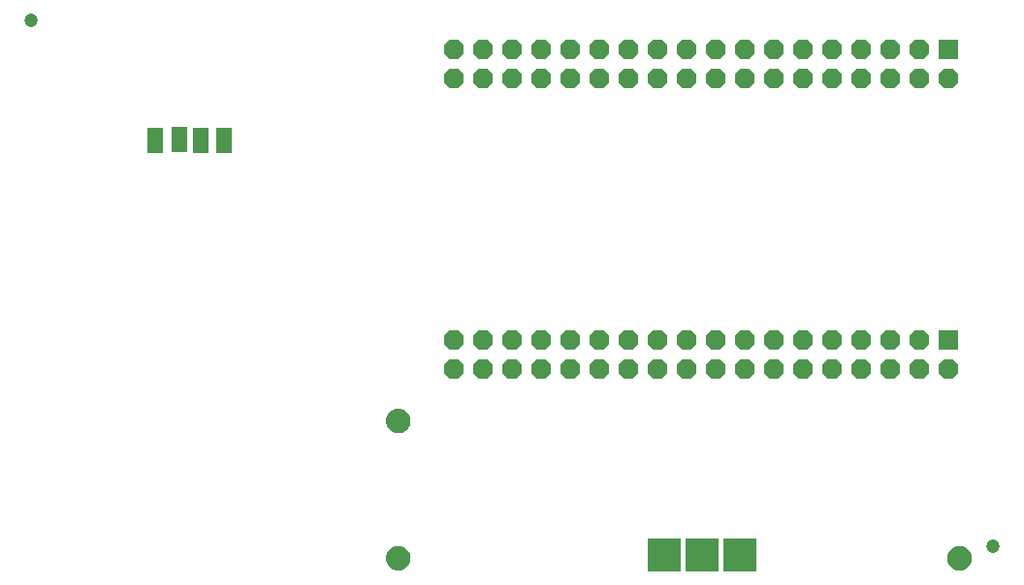
<source format=gbr>
G04 EAGLE Gerber RS-274X export*
G75*
%MOMM*%
%FSLAX34Y34*%
%LPD*%
%INSoldermask Top*%
%IPPOS*%
%AMOC8*
5,1,8,0,0,1.08239X$1,22.5*%
G01*
%ADD10C,1.203200*%
%ADD11R,1.727200X1.727200*%
%ADD12P,1.869504X8X202.500000*%
%ADD13R,1.453200X2.203200*%
%ADD14R,2.853200X2.853200*%
%ADD15C,0.609600*%
%ADD16C,1.219200*%


D10*
X20000Y490000D03*
X860000Y30000D03*
D11*
X820900Y464700D03*
D12*
X820900Y439300D03*
X795500Y464700D03*
X795500Y439300D03*
X770100Y464700D03*
X770100Y439300D03*
X744700Y464700D03*
X744700Y439300D03*
X719300Y464700D03*
X719300Y439300D03*
X693900Y464700D03*
X693900Y439300D03*
X668500Y464700D03*
X668500Y439300D03*
X643100Y464700D03*
X643100Y439300D03*
X617700Y464700D03*
X617700Y439300D03*
X592300Y464700D03*
X592300Y439300D03*
X566900Y464700D03*
X566900Y439300D03*
X541500Y464700D03*
X541500Y439300D03*
X516100Y464700D03*
X516100Y439300D03*
X490700Y464700D03*
X490700Y439300D03*
X465300Y464700D03*
X465300Y439300D03*
X439900Y464700D03*
X439900Y439300D03*
X414500Y464700D03*
X414500Y439300D03*
X389100Y464700D03*
X389100Y439300D03*
D11*
X820900Y210700D03*
D12*
X820900Y185300D03*
X795500Y210700D03*
X795500Y185300D03*
X770100Y210700D03*
X770100Y185300D03*
X744700Y210700D03*
X744700Y185300D03*
X719300Y210700D03*
X719300Y185300D03*
X693900Y210700D03*
X693900Y185300D03*
X668500Y210700D03*
X668500Y185300D03*
X643100Y210700D03*
X643100Y185300D03*
X617700Y210700D03*
X617700Y185300D03*
X592300Y210700D03*
X592300Y185300D03*
X566900Y210700D03*
X566900Y185300D03*
X541500Y210700D03*
X541500Y185300D03*
X516100Y210700D03*
X516100Y185300D03*
X490700Y210700D03*
X490700Y185300D03*
X465300Y210700D03*
X465300Y185300D03*
X439900Y210700D03*
X439900Y185300D03*
X414500Y210700D03*
X414500Y185300D03*
X389100Y210700D03*
X389100Y185300D03*
D13*
X128310Y385200D03*
X149310Y385500D03*
X167910Y385200D03*
X188210Y385200D03*
D14*
X572700Y22700D03*
X605720Y22700D03*
X638740Y22700D03*
D15*
X332380Y140000D02*
X332382Y140187D01*
X332389Y140374D01*
X332401Y140561D01*
X332417Y140747D01*
X332437Y140933D01*
X332462Y141118D01*
X332492Y141303D01*
X332526Y141487D01*
X332565Y141670D01*
X332608Y141852D01*
X332656Y142032D01*
X332708Y142212D01*
X332765Y142390D01*
X332825Y142567D01*
X332891Y142742D01*
X332960Y142916D01*
X333034Y143088D01*
X333112Y143258D01*
X333194Y143426D01*
X333280Y143592D01*
X333370Y143756D01*
X333464Y143917D01*
X333562Y144077D01*
X333664Y144233D01*
X333770Y144388D01*
X333880Y144539D01*
X333993Y144688D01*
X334110Y144834D01*
X334230Y144977D01*
X334354Y145117D01*
X334481Y145254D01*
X334612Y145388D01*
X334746Y145519D01*
X334883Y145646D01*
X335023Y145770D01*
X335166Y145890D01*
X335312Y146007D01*
X335461Y146120D01*
X335612Y146230D01*
X335767Y146336D01*
X335923Y146438D01*
X336083Y146536D01*
X336244Y146630D01*
X336408Y146720D01*
X336574Y146806D01*
X336742Y146888D01*
X336912Y146966D01*
X337084Y147040D01*
X337258Y147109D01*
X337433Y147175D01*
X337610Y147235D01*
X337788Y147292D01*
X337968Y147344D01*
X338148Y147392D01*
X338330Y147435D01*
X338513Y147474D01*
X338697Y147508D01*
X338882Y147538D01*
X339067Y147563D01*
X339253Y147583D01*
X339439Y147599D01*
X339626Y147611D01*
X339813Y147618D01*
X340000Y147620D01*
X340187Y147618D01*
X340374Y147611D01*
X340561Y147599D01*
X340747Y147583D01*
X340933Y147563D01*
X341118Y147538D01*
X341303Y147508D01*
X341487Y147474D01*
X341670Y147435D01*
X341852Y147392D01*
X342032Y147344D01*
X342212Y147292D01*
X342390Y147235D01*
X342567Y147175D01*
X342742Y147109D01*
X342916Y147040D01*
X343088Y146966D01*
X343258Y146888D01*
X343426Y146806D01*
X343592Y146720D01*
X343756Y146630D01*
X343917Y146536D01*
X344077Y146438D01*
X344233Y146336D01*
X344388Y146230D01*
X344539Y146120D01*
X344688Y146007D01*
X344834Y145890D01*
X344977Y145770D01*
X345117Y145646D01*
X345254Y145519D01*
X345388Y145388D01*
X345519Y145254D01*
X345646Y145117D01*
X345770Y144977D01*
X345890Y144834D01*
X346007Y144688D01*
X346120Y144539D01*
X346230Y144388D01*
X346336Y144233D01*
X346438Y144077D01*
X346536Y143917D01*
X346630Y143756D01*
X346720Y143592D01*
X346806Y143426D01*
X346888Y143258D01*
X346966Y143088D01*
X347040Y142916D01*
X347109Y142742D01*
X347175Y142567D01*
X347235Y142390D01*
X347292Y142212D01*
X347344Y142032D01*
X347392Y141852D01*
X347435Y141670D01*
X347474Y141487D01*
X347508Y141303D01*
X347538Y141118D01*
X347563Y140933D01*
X347583Y140747D01*
X347599Y140561D01*
X347611Y140374D01*
X347618Y140187D01*
X347620Y140000D01*
X347618Y139813D01*
X347611Y139626D01*
X347599Y139439D01*
X347583Y139253D01*
X347563Y139067D01*
X347538Y138882D01*
X347508Y138697D01*
X347474Y138513D01*
X347435Y138330D01*
X347392Y138148D01*
X347344Y137968D01*
X347292Y137788D01*
X347235Y137610D01*
X347175Y137433D01*
X347109Y137258D01*
X347040Y137084D01*
X346966Y136912D01*
X346888Y136742D01*
X346806Y136574D01*
X346720Y136408D01*
X346630Y136244D01*
X346536Y136083D01*
X346438Y135923D01*
X346336Y135767D01*
X346230Y135612D01*
X346120Y135461D01*
X346007Y135312D01*
X345890Y135166D01*
X345770Y135023D01*
X345646Y134883D01*
X345519Y134746D01*
X345388Y134612D01*
X345254Y134481D01*
X345117Y134354D01*
X344977Y134230D01*
X344834Y134110D01*
X344688Y133993D01*
X344539Y133880D01*
X344388Y133770D01*
X344233Y133664D01*
X344077Y133562D01*
X343917Y133464D01*
X343756Y133370D01*
X343592Y133280D01*
X343426Y133194D01*
X343258Y133112D01*
X343088Y133034D01*
X342916Y132960D01*
X342742Y132891D01*
X342567Y132825D01*
X342390Y132765D01*
X342212Y132708D01*
X342032Y132656D01*
X341852Y132608D01*
X341670Y132565D01*
X341487Y132526D01*
X341303Y132492D01*
X341118Y132462D01*
X340933Y132437D01*
X340747Y132417D01*
X340561Y132401D01*
X340374Y132389D01*
X340187Y132382D01*
X340000Y132380D01*
X339813Y132382D01*
X339626Y132389D01*
X339439Y132401D01*
X339253Y132417D01*
X339067Y132437D01*
X338882Y132462D01*
X338697Y132492D01*
X338513Y132526D01*
X338330Y132565D01*
X338148Y132608D01*
X337968Y132656D01*
X337788Y132708D01*
X337610Y132765D01*
X337433Y132825D01*
X337258Y132891D01*
X337084Y132960D01*
X336912Y133034D01*
X336742Y133112D01*
X336574Y133194D01*
X336408Y133280D01*
X336244Y133370D01*
X336083Y133464D01*
X335923Y133562D01*
X335767Y133664D01*
X335612Y133770D01*
X335461Y133880D01*
X335312Y133993D01*
X335166Y134110D01*
X335023Y134230D01*
X334883Y134354D01*
X334746Y134481D01*
X334612Y134612D01*
X334481Y134746D01*
X334354Y134883D01*
X334230Y135023D01*
X334110Y135166D01*
X333993Y135312D01*
X333880Y135461D01*
X333770Y135612D01*
X333664Y135767D01*
X333562Y135923D01*
X333464Y136083D01*
X333370Y136244D01*
X333280Y136408D01*
X333194Y136574D01*
X333112Y136742D01*
X333034Y136912D01*
X332960Y137084D01*
X332891Y137258D01*
X332825Y137433D01*
X332765Y137610D01*
X332708Y137788D01*
X332656Y137968D01*
X332608Y138148D01*
X332565Y138330D01*
X332526Y138513D01*
X332492Y138697D01*
X332462Y138882D01*
X332437Y139067D01*
X332417Y139253D01*
X332401Y139439D01*
X332389Y139626D01*
X332382Y139813D01*
X332380Y140000D01*
D16*
X340000Y140000D03*
D15*
X332380Y20000D02*
X332382Y20187D01*
X332389Y20374D01*
X332401Y20561D01*
X332417Y20747D01*
X332437Y20933D01*
X332462Y21118D01*
X332492Y21303D01*
X332526Y21487D01*
X332565Y21670D01*
X332608Y21852D01*
X332656Y22032D01*
X332708Y22212D01*
X332765Y22390D01*
X332825Y22567D01*
X332891Y22742D01*
X332960Y22916D01*
X333034Y23088D01*
X333112Y23258D01*
X333194Y23426D01*
X333280Y23592D01*
X333370Y23756D01*
X333464Y23917D01*
X333562Y24077D01*
X333664Y24233D01*
X333770Y24388D01*
X333880Y24539D01*
X333993Y24688D01*
X334110Y24834D01*
X334230Y24977D01*
X334354Y25117D01*
X334481Y25254D01*
X334612Y25388D01*
X334746Y25519D01*
X334883Y25646D01*
X335023Y25770D01*
X335166Y25890D01*
X335312Y26007D01*
X335461Y26120D01*
X335612Y26230D01*
X335767Y26336D01*
X335923Y26438D01*
X336083Y26536D01*
X336244Y26630D01*
X336408Y26720D01*
X336574Y26806D01*
X336742Y26888D01*
X336912Y26966D01*
X337084Y27040D01*
X337258Y27109D01*
X337433Y27175D01*
X337610Y27235D01*
X337788Y27292D01*
X337968Y27344D01*
X338148Y27392D01*
X338330Y27435D01*
X338513Y27474D01*
X338697Y27508D01*
X338882Y27538D01*
X339067Y27563D01*
X339253Y27583D01*
X339439Y27599D01*
X339626Y27611D01*
X339813Y27618D01*
X340000Y27620D01*
X340187Y27618D01*
X340374Y27611D01*
X340561Y27599D01*
X340747Y27583D01*
X340933Y27563D01*
X341118Y27538D01*
X341303Y27508D01*
X341487Y27474D01*
X341670Y27435D01*
X341852Y27392D01*
X342032Y27344D01*
X342212Y27292D01*
X342390Y27235D01*
X342567Y27175D01*
X342742Y27109D01*
X342916Y27040D01*
X343088Y26966D01*
X343258Y26888D01*
X343426Y26806D01*
X343592Y26720D01*
X343756Y26630D01*
X343917Y26536D01*
X344077Y26438D01*
X344233Y26336D01*
X344388Y26230D01*
X344539Y26120D01*
X344688Y26007D01*
X344834Y25890D01*
X344977Y25770D01*
X345117Y25646D01*
X345254Y25519D01*
X345388Y25388D01*
X345519Y25254D01*
X345646Y25117D01*
X345770Y24977D01*
X345890Y24834D01*
X346007Y24688D01*
X346120Y24539D01*
X346230Y24388D01*
X346336Y24233D01*
X346438Y24077D01*
X346536Y23917D01*
X346630Y23756D01*
X346720Y23592D01*
X346806Y23426D01*
X346888Y23258D01*
X346966Y23088D01*
X347040Y22916D01*
X347109Y22742D01*
X347175Y22567D01*
X347235Y22390D01*
X347292Y22212D01*
X347344Y22032D01*
X347392Y21852D01*
X347435Y21670D01*
X347474Y21487D01*
X347508Y21303D01*
X347538Y21118D01*
X347563Y20933D01*
X347583Y20747D01*
X347599Y20561D01*
X347611Y20374D01*
X347618Y20187D01*
X347620Y20000D01*
X347618Y19813D01*
X347611Y19626D01*
X347599Y19439D01*
X347583Y19253D01*
X347563Y19067D01*
X347538Y18882D01*
X347508Y18697D01*
X347474Y18513D01*
X347435Y18330D01*
X347392Y18148D01*
X347344Y17968D01*
X347292Y17788D01*
X347235Y17610D01*
X347175Y17433D01*
X347109Y17258D01*
X347040Y17084D01*
X346966Y16912D01*
X346888Y16742D01*
X346806Y16574D01*
X346720Y16408D01*
X346630Y16244D01*
X346536Y16083D01*
X346438Y15923D01*
X346336Y15767D01*
X346230Y15612D01*
X346120Y15461D01*
X346007Y15312D01*
X345890Y15166D01*
X345770Y15023D01*
X345646Y14883D01*
X345519Y14746D01*
X345388Y14612D01*
X345254Y14481D01*
X345117Y14354D01*
X344977Y14230D01*
X344834Y14110D01*
X344688Y13993D01*
X344539Y13880D01*
X344388Y13770D01*
X344233Y13664D01*
X344077Y13562D01*
X343917Y13464D01*
X343756Y13370D01*
X343592Y13280D01*
X343426Y13194D01*
X343258Y13112D01*
X343088Y13034D01*
X342916Y12960D01*
X342742Y12891D01*
X342567Y12825D01*
X342390Y12765D01*
X342212Y12708D01*
X342032Y12656D01*
X341852Y12608D01*
X341670Y12565D01*
X341487Y12526D01*
X341303Y12492D01*
X341118Y12462D01*
X340933Y12437D01*
X340747Y12417D01*
X340561Y12401D01*
X340374Y12389D01*
X340187Y12382D01*
X340000Y12380D01*
X339813Y12382D01*
X339626Y12389D01*
X339439Y12401D01*
X339253Y12417D01*
X339067Y12437D01*
X338882Y12462D01*
X338697Y12492D01*
X338513Y12526D01*
X338330Y12565D01*
X338148Y12608D01*
X337968Y12656D01*
X337788Y12708D01*
X337610Y12765D01*
X337433Y12825D01*
X337258Y12891D01*
X337084Y12960D01*
X336912Y13034D01*
X336742Y13112D01*
X336574Y13194D01*
X336408Y13280D01*
X336244Y13370D01*
X336083Y13464D01*
X335923Y13562D01*
X335767Y13664D01*
X335612Y13770D01*
X335461Y13880D01*
X335312Y13993D01*
X335166Y14110D01*
X335023Y14230D01*
X334883Y14354D01*
X334746Y14481D01*
X334612Y14612D01*
X334481Y14746D01*
X334354Y14883D01*
X334230Y15023D01*
X334110Y15166D01*
X333993Y15312D01*
X333880Y15461D01*
X333770Y15612D01*
X333664Y15767D01*
X333562Y15923D01*
X333464Y16083D01*
X333370Y16244D01*
X333280Y16408D01*
X333194Y16574D01*
X333112Y16742D01*
X333034Y16912D01*
X332960Y17084D01*
X332891Y17258D01*
X332825Y17433D01*
X332765Y17610D01*
X332708Y17788D01*
X332656Y17968D01*
X332608Y18148D01*
X332565Y18330D01*
X332526Y18513D01*
X332492Y18697D01*
X332462Y18882D01*
X332437Y19067D01*
X332417Y19253D01*
X332401Y19439D01*
X332389Y19626D01*
X332382Y19813D01*
X332380Y20000D01*
D16*
X340000Y20000D03*
D15*
X822380Y20000D02*
X822382Y20187D01*
X822389Y20374D01*
X822401Y20561D01*
X822417Y20747D01*
X822437Y20933D01*
X822462Y21118D01*
X822492Y21303D01*
X822526Y21487D01*
X822565Y21670D01*
X822608Y21852D01*
X822656Y22032D01*
X822708Y22212D01*
X822765Y22390D01*
X822825Y22567D01*
X822891Y22742D01*
X822960Y22916D01*
X823034Y23088D01*
X823112Y23258D01*
X823194Y23426D01*
X823280Y23592D01*
X823370Y23756D01*
X823464Y23917D01*
X823562Y24077D01*
X823664Y24233D01*
X823770Y24388D01*
X823880Y24539D01*
X823993Y24688D01*
X824110Y24834D01*
X824230Y24977D01*
X824354Y25117D01*
X824481Y25254D01*
X824612Y25388D01*
X824746Y25519D01*
X824883Y25646D01*
X825023Y25770D01*
X825166Y25890D01*
X825312Y26007D01*
X825461Y26120D01*
X825612Y26230D01*
X825767Y26336D01*
X825923Y26438D01*
X826083Y26536D01*
X826244Y26630D01*
X826408Y26720D01*
X826574Y26806D01*
X826742Y26888D01*
X826912Y26966D01*
X827084Y27040D01*
X827258Y27109D01*
X827433Y27175D01*
X827610Y27235D01*
X827788Y27292D01*
X827968Y27344D01*
X828148Y27392D01*
X828330Y27435D01*
X828513Y27474D01*
X828697Y27508D01*
X828882Y27538D01*
X829067Y27563D01*
X829253Y27583D01*
X829439Y27599D01*
X829626Y27611D01*
X829813Y27618D01*
X830000Y27620D01*
X830187Y27618D01*
X830374Y27611D01*
X830561Y27599D01*
X830747Y27583D01*
X830933Y27563D01*
X831118Y27538D01*
X831303Y27508D01*
X831487Y27474D01*
X831670Y27435D01*
X831852Y27392D01*
X832032Y27344D01*
X832212Y27292D01*
X832390Y27235D01*
X832567Y27175D01*
X832742Y27109D01*
X832916Y27040D01*
X833088Y26966D01*
X833258Y26888D01*
X833426Y26806D01*
X833592Y26720D01*
X833756Y26630D01*
X833917Y26536D01*
X834077Y26438D01*
X834233Y26336D01*
X834388Y26230D01*
X834539Y26120D01*
X834688Y26007D01*
X834834Y25890D01*
X834977Y25770D01*
X835117Y25646D01*
X835254Y25519D01*
X835388Y25388D01*
X835519Y25254D01*
X835646Y25117D01*
X835770Y24977D01*
X835890Y24834D01*
X836007Y24688D01*
X836120Y24539D01*
X836230Y24388D01*
X836336Y24233D01*
X836438Y24077D01*
X836536Y23917D01*
X836630Y23756D01*
X836720Y23592D01*
X836806Y23426D01*
X836888Y23258D01*
X836966Y23088D01*
X837040Y22916D01*
X837109Y22742D01*
X837175Y22567D01*
X837235Y22390D01*
X837292Y22212D01*
X837344Y22032D01*
X837392Y21852D01*
X837435Y21670D01*
X837474Y21487D01*
X837508Y21303D01*
X837538Y21118D01*
X837563Y20933D01*
X837583Y20747D01*
X837599Y20561D01*
X837611Y20374D01*
X837618Y20187D01*
X837620Y20000D01*
X837618Y19813D01*
X837611Y19626D01*
X837599Y19439D01*
X837583Y19253D01*
X837563Y19067D01*
X837538Y18882D01*
X837508Y18697D01*
X837474Y18513D01*
X837435Y18330D01*
X837392Y18148D01*
X837344Y17968D01*
X837292Y17788D01*
X837235Y17610D01*
X837175Y17433D01*
X837109Y17258D01*
X837040Y17084D01*
X836966Y16912D01*
X836888Y16742D01*
X836806Y16574D01*
X836720Y16408D01*
X836630Y16244D01*
X836536Y16083D01*
X836438Y15923D01*
X836336Y15767D01*
X836230Y15612D01*
X836120Y15461D01*
X836007Y15312D01*
X835890Y15166D01*
X835770Y15023D01*
X835646Y14883D01*
X835519Y14746D01*
X835388Y14612D01*
X835254Y14481D01*
X835117Y14354D01*
X834977Y14230D01*
X834834Y14110D01*
X834688Y13993D01*
X834539Y13880D01*
X834388Y13770D01*
X834233Y13664D01*
X834077Y13562D01*
X833917Y13464D01*
X833756Y13370D01*
X833592Y13280D01*
X833426Y13194D01*
X833258Y13112D01*
X833088Y13034D01*
X832916Y12960D01*
X832742Y12891D01*
X832567Y12825D01*
X832390Y12765D01*
X832212Y12708D01*
X832032Y12656D01*
X831852Y12608D01*
X831670Y12565D01*
X831487Y12526D01*
X831303Y12492D01*
X831118Y12462D01*
X830933Y12437D01*
X830747Y12417D01*
X830561Y12401D01*
X830374Y12389D01*
X830187Y12382D01*
X830000Y12380D01*
X829813Y12382D01*
X829626Y12389D01*
X829439Y12401D01*
X829253Y12417D01*
X829067Y12437D01*
X828882Y12462D01*
X828697Y12492D01*
X828513Y12526D01*
X828330Y12565D01*
X828148Y12608D01*
X827968Y12656D01*
X827788Y12708D01*
X827610Y12765D01*
X827433Y12825D01*
X827258Y12891D01*
X827084Y12960D01*
X826912Y13034D01*
X826742Y13112D01*
X826574Y13194D01*
X826408Y13280D01*
X826244Y13370D01*
X826083Y13464D01*
X825923Y13562D01*
X825767Y13664D01*
X825612Y13770D01*
X825461Y13880D01*
X825312Y13993D01*
X825166Y14110D01*
X825023Y14230D01*
X824883Y14354D01*
X824746Y14481D01*
X824612Y14612D01*
X824481Y14746D01*
X824354Y14883D01*
X824230Y15023D01*
X824110Y15166D01*
X823993Y15312D01*
X823880Y15461D01*
X823770Y15612D01*
X823664Y15767D01*
X823562Y15923D01*
X823464Y16083D01*
X823370Y16244D01*
X823280Y16408D01*
X823194Y16574D01*
X823112Y16742D01*
X823034Y16912D01*
X822960Y17084D01*
X822891Y17258D01*
X822825Y17433D01*
X822765Y17610D01*
X822708Y17788D01*
X822656Y17968D01*
X822608Y18148D01*
X822565Y18330D01*
X822526Y18513D01*
X822492Y18697D01*
X822462Y18882D01*
X822437Y19067D01*
X822417Y19253D01*
X822401Y19439D01*
X822389Y19626D01*
X822382Y19813D01*
X822380Y20000D01*
D16*
X830000Y20000D03*
M02*

</source>
